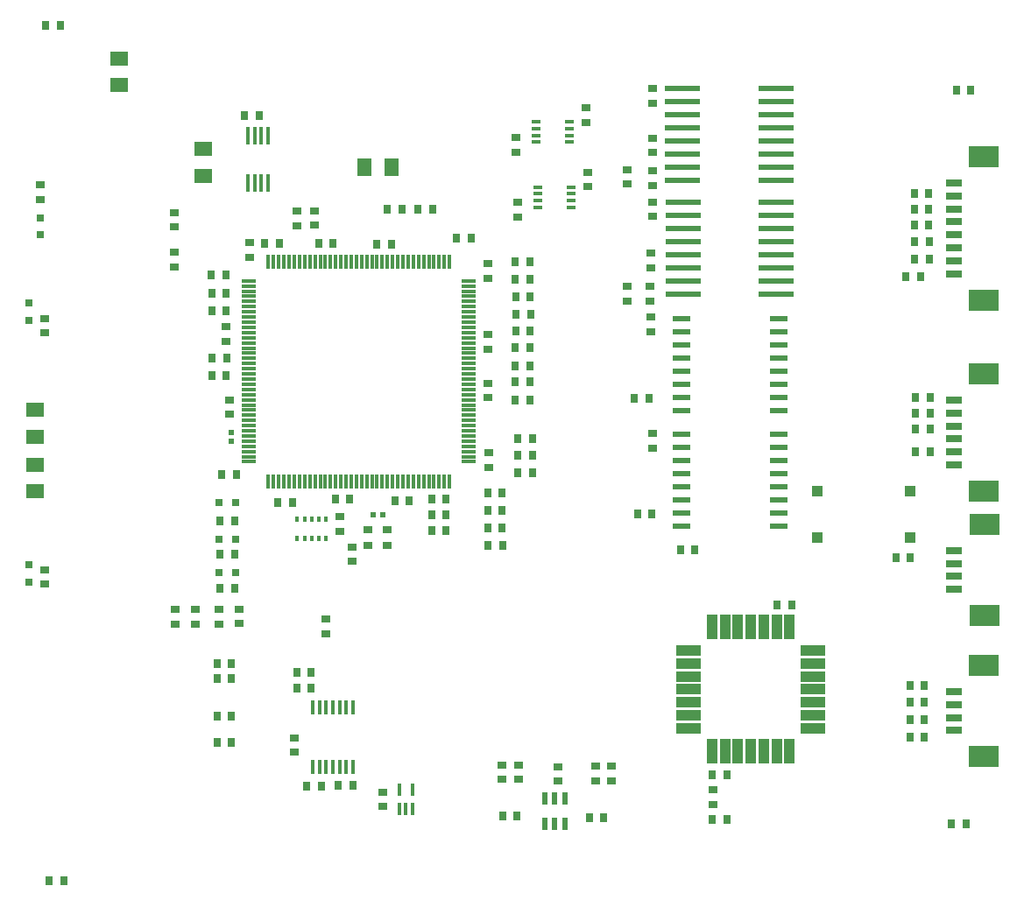
<source format=gtp>
G04*
G04 #@! TF.GenerationSoftware,Altium Limited,Altium Designer,24.2.2 (26)*
G04*
G04 Layer_Color=8421504*
%FSLAX44Y44*%
%MOMM*%
G71*
G04*
G04 #@! TF.SameCoordinates,42CE85E0-05AB-4C44-8BEE-A586E2542FC5*
G04*
G04*
G04 #@! TF.FilePolarity,Positive*
G04*
G01*
G75*
G04:AMPARAMS|DCode=23|XSize=2.3mm|YSize=1mm|CornerRadius=0mm|HoleSize=0mm|Usage=FLASHONLY|Rotation=180.000|XOffset=0mm|YOffset=0mm|HoleType=Round|Shape=RoundedRectangle|*
%AMROUNDEDRECTD23*
21,1,2.3000,1.0000,0,0,180.0*
21,1,2.3000,1.0000,0,0,180.0*
1,1,0.0000,-1.1500,0.5000*
1,1,0.0000,1.1500,0.5000*
1,1,0.0000,1.1500,-0.5000*
1,1,0.0000,-1.1500,-0.5000*
%
%ADD23ROUNDEDRECTD23*%
G04:AMPARAMS|DCode=24|XSize=2.3mm|YSize=1mm|CornerRadius=0mm|HoleSize=0mm|Usage=FLASHONLY|Rotation=270.000|XOffset=0mm|YOffset=0mm|HoleType=Round|Shape=RoundedRectangle|*
%AMROUNDEDRECTD24*
21,1,2.3000,1.0000,0,0,270.0*
21,1,2.3000,1.0000,0,0,270.0*
1,1,0.0000,-0.5000,-1.1500*
1,1,0.0000,-0.5000,1.1500*
1,1,0.0000,0.5000,1.1500*
1,1,0.0000,0.5000,-1.1500*
%
%ADD24ROUNDEDRECTD24*%
%ADD25R,3.5000X0.6000*%
%ADD26R,3.0000X2.1000*%
%ADD27R,1.6000X0.8000*%
%ADD28R,0.8000X0.9000*%
%ADD29R,0.3500X1.4000*%
%ADD30R,1.6000X0.8000*%
%ADD31R,3.0000X2.1000*%
%ADD32R,0.9000X0.8000*%
%ADD33R,0.5500X0.5500*%
%ADD34R,1.8000X0.6000*%
%ADD35R,0.9000X0.3000*%
%ADD36R,0.4572X1.7272*%
%ADD37R,1.0000X1.0000*%
%ADD38R,0.3048X0.6096*%
%ADD39R,0.8000X0.8000*%
%ADD40R,0.3500X1.3500*%
%ADD41R,1.3500X0.3500*%
%ADD42R,0.5500X0.5500*%
%ADD43R,1.8000X1.4000*%
G04:AMPARAMS|DCode=44|XSize=1.21mm|YSize=0.58mm|CornerRadius=0.0725mm|HoleSize=0mm|Usage=FLASHONLY|Rotation=90.000|XOffset=0mm|YOffset=0mm|HoleType=Round|Shape=RoundedRectangle|*
%AMROUNDEDRECTD44*
21,1,1.2100,0.4350,0,0,90.0*
21,1,1.0650,0.5800,0,0,90.0*
1,1,0.1450,0.2175,0.5325*
1,1,0.1450,0.2175,-0.5325*
1,1,0.1450,-0.2175,-0.5325*
1,1,0.1450,-0.2175,0.5325*
%
%ADD44ROUNDEDRECTD44*%
%ADD45R,0.8000X0.8000*%
G04:AMPARAMS|DCode=46|XSize=1.19mm|YSize=0.4mm|CornerRadius=0.05mm|HoleSize=0mm|Usage=FLASHONLY|Rotation=90.000|XOffset=0mm|YOffset=0mm|HoleType=Round|Shape=RoundedRectangle|*
%AMROUNDEDRECTD46*
21,1,1.1900,0.3000,0,0,90.0*
21,1,1.0900,0.4000,0,0,90.0*
1,1,0.1000,0.1500,0.5450*
1,1,0.1000,0.1500,-0.5450*
1,1,0.1000,-0.1500,-0.5450*
1,1,0.1000,-0.1500,0.5450*
%
%ADD46ROUNDEDRECTD46*%
%ADD47R,1.4000X1.8000*%
D23*
X771962Y200806D02*
D03*
Y188306D02*
D03*
Y250806D02*
D03*
Y238306D02*
D03*
Y225806D02*
D03*
X651962Y213306D02*
D03*
Y225806D02*
D03*
Y238306D02*
D03*
Y250806D02*
D03*
Y263306D02*
D03*
X771962D02*
D03*
Y213306D02*
D03*
X651962Y188306D02*
D03*
Y200806D02*
D03*
D24*
X686962Y285806D02*
D03*
X674462D02*
D03*
X736962D02*
D03*
X699462D02*
D03*
X711962D02*
D03*
X724462D02*
D03*
X749462D02*
D03*
X736962Y165806D02*
D03*
X749462D02*
D03*
X674462D02*
D03*
X724462D02*
D03*
X686962D02*
D03*
X699462D02*
D03*
X711962D02*
D03*
D25*
X736118Y807293D02*
D03*
Y794593D02*
D03*
Y781893D02*
D03*
Y769193D02*
D03*
X646118Y781893D02*
D03*
Y794593D02*
D03*
Y807293D02*
D03*
Y769193D02*
D03*
Y756493D02*
D03*
Y743793D02*
D03*
Y731093D02*
D03*
Y718393D02*
D03*
X736118D02*
D03*
Y731093D02*
D03*
Y743793D02*
D03*
Y756493D02*
D03*
X736500Y696450D02*
D03*
Y683750D02*
D03*
Y671050D02*
D03*
Y658350D02*
D03*
X646500Y671050D02*
D03*
Y683750D02*
D03*
Y696450D02*
D03*
Y658350D02*
D03*
Y645650D02*
D03*
Y632950D02*
D03*
Y620250D02*
D03*
Y607550D02*
D03*
X736500D02*
D03*
Y620250D02*
D03*
Y632950D02*
D03*
Y645650D02*
D03*
D26*
X937090Y602290D02*
D03*
Y740790D02*
D03*
Y530800D02*
D03*
Y417300D02*
D03*
D27*
X908090Y715290D02*
D03*
Y702790D02*
D03*
Y690290D02*
D03*
Y677790D02*
D03*
Y665290D02*
D03*
Y652790D02*
D03*
Y640290D02*
D03*
Y627790D02*
D03*
Y442800D02*
D03*
Y455300D02*
D03*
Y480300D02*
D03*
Y492800D02*
D03*
Y505300D02*
D03*
Y467800D02*
D03*
D28*
X876000Y624750D02*
D03*
X862000D02*
D03*
X884250Y658750D02*
D03*
X870250D02*
D03*
X313250Y132750D02*
D03*
X327250D02*
D03*
X297000Y132500D02*
D03*
X283000D02*
D03*
X879750Y179500D02*
D03*
X865750D02*
D03*
X879750Y196250D02*
D03*
X865750D02*
D03*
X879750Y213000D02*
D03*
X865750D02*
D03*
X879750Y229750D02*
D03*
X865750D02*
D03*
X643750Y360500D02*
D03*
X657750D02*
D03*
X404500Y690250D02*
D03*
X390500D02*
D03*
X500750Y435250D02*
D03*
X486750D02*
D03*
X484250Y538750D02*
D03*
X498250D02*
D03*
X484250Y556000D02*
D03*
X498250D02*
D03*
X484250Y523000D02*
D03*
X498250D02*
D03*
X613500Y507500D02*
D03*
X599500D02*
D03*
X499000Y588250D02*
D03*
X485000D02*
D03*
X616500Y395000D02*
D03*
X602500D02*
D03*
X498500Y622250D02*
D03*
X484500D02*
D03*
X500750Y468500D02*
D03*
X486750D02*
D03*
X498750Y572000D02*
D03*
X484750D02*
D03*
X852250Y352750D02*
D03*
X866250D02*
D03*
X360500Y690250D02*
D03*
X374500D02*
D03*
X222500Y780750D02*
D03*
X236500D02*
D03*
X441750Y662500D02*
D03*
X427750D02*
D03*
X191250Y546500D02*
D03*
X205250D02*
D03*
X205000Y591750D02*
D03*
X191000D02*
D03*
Y529500D02*
D03*
X205000D02*
D03*
X190750Y609000D02*
D03*
X204750D02*
D03*
X190500Y626250D02*
D03*
X204500D02*
D03*
X196102Y250808D02*
D03*
X210102D02*
D03*
X196102Y199808D02*
D03*
X210102D02*
D03*
X472000Y364750D02*
D03*
X458000D02*
D03*
X471750Y381750D02*
D03*
X457750D02*
D03*
X471750Y398750D02*
D03*
X457750D02*
D03*
X484250Y505250D02*
D03*
X498250D02*
D03*
X500750Y452000D02*
D03*
X486750D02*
D03*
X210102Y174808D02*
D03*
X196102D02*
D03*
X210102Y235808D02*
D03*
X196102D02*
D03*
X498750Y605250D02*
D03*
X484750D02*
D03*
X457750Y416000D02*
D03*
X471750D02*
D03*
X498250Y639000D02*
D03*
X484250D02*
D03*
X198878Y323732D02*
D03*
X212878D02*
D03*
X198878Y356232D02*
D03*
X212878D02*
D03*
X198878Y388732D02*
D03*
X212878D02*
D03*
X382000Y408500D02*
D03*
X368000D02*
D03*
X200518Y433832D02*
D03*
X214518D02*
D03*
X242032Y657098D02*
D03*
X256032D02*
D03*
X294250Y657000D02*
D03*
X308250D02*
D03*
X350500Y656500D02*
D03*
X364500D02*
D03*
X310246Y409956D02*
D03*
X324246D02*
D03*
X254620Y406400D02*
D03*
X268620D02*
D03*
X417386Y379564D02*
D03*
X403386D02*
D03*
X417386Y394564D02*
D03*
X403386D02*
D03*
X417464Y409702D02*
D03*
X403464D02*
D03*
X486000Y103500D02*
D03*
X472000D02*
D03*
X569750Y102000D02*
D03*
X555750D02*
D03*
X869790Y674920D02*
D03*
X883790D02*
D03*
X871050Y493100D02*
D03*
X885050D02*
D03*
X871050Y508340D02*
D03*
X885050D02*
D03*
X871050Y455500D02*
D03*
X885050D02*
D03*
X871050Y477860D02*
D03*
X885050D02*
D03*
X870250Y641750D02*
D03*
X884250D02*
D03*
X883790Y705400D02*
D03*
X869790D02*
D03*
X883790Y690160D02*
D03*
X869790D02*
D03*
X906130Y95250D02*
D03*
X920130D02*
D03*
X33640Y40640D02*
D03*
X47640D02*
D03*
X924500Y805000D02*
D03*
X910500D02*
D03*
X30500Y867500D02*
D03*
X44500D02*
D03*
X751250Y307500D02*
D03*
X737250D02*
D03*
X674624Y100076D02*
D03*
X688624D02*
D03*
X674624Y143256D02*
D03*
X688624D02*
D03*
X273102Y226808D02*
D03*
X287102D02*
D03*
X287102Y241808D02*
D03*
X273102D02*
D03*
D29*
X295102Y208558D02*
D03*
X301602D02*
D03*
X308102D02*
D03*
X314602D02*
D03*
X321102D02*
D03*
X314602Y151058D02*
D03*
X321102D02*
D03*
X327602D02*
D03*
X308102D02*
D03*
X301602D02*
D03*
X295102D02*
D03*
X288602D02*
D03*
Y208558D02*
D03*
X327602D02*
D03*
D30*
X908000Y198500D02*
D03*
Y186000D02*
D03*
Y211000D02*
D03*
Y223500D02*
D03*
X908500Y335000D02*
D03*
Y322500D02*
D03*
Y347500D02*
D03*
Y360000D02*
D03*
D31*
X937000Y160500D02*
D03*
Y249000D02*
D03*
X937500Y297000D02*
D03*
Y385500D02*
D03*
D32*
X614750Y615500D02*
D03*
Y601500D02*
D03*
X616750Y727000D02*
D03*
Y713000D02*
D03*
X458250Y521750D02*
D03*
Y507750D02*
D03*
X290250Y674500D02*
D03*
Y688500D02*
D03*
X457962Y554706D02*
D03*
Y568706D02*
D03*
X484750Y759250D02*
D03*
Y745250D02*
D03*
X471500Y138750D02*
D03*
Y152750D02*
D03*
X487250D02*
D03*
Y138750D02*
D03*
X198250Y303000D02*
D03*
Y289000D02*
D03*
X155750D02*
D03*
Y303000D02*
D03*
X175000Y303000D02*
D03*
Y289000D02*
D03*
X217000Y303250D02*
D03*
Y289250D02*
D03*
X326500Y363500D02*
D03*
Y349500D02*
D03*
X227330Y657636D02*
D03*
Y643636D02*
D03*
X314452Y392754D02*
D03*
Y378754D02*
D03*
X342250Y365250D02*
D03*
Y379750D02*
D03*
X360750Y365250D02*
D03*
Y379750D02*
D03*
X273000Y688250D02*
D03*
Y674250D02*
D03*
X155000Y634250D02*
D03*
Y648250D02*
D03*
Y673000D02*
D03*
Y687000D02*
D03*
X208250Y491500D02*
D03*
Y505500D02*
D03*
X204750Y562250D02*
D03*
Y576250D02*
D03*
X457454Y637174D02*
D03*
Y623174D02*
D03*
X458500Y440500D02*
D03*
Y454500D02*
D03*
X29578Y327500D02*
D03*
Y341500D02*
D03*
Y584500D02*
D03*
Y570500D02*
D03*
X617000Y697000D02*
D03*
Y683000D02*
D03*
X616791Y744805D02*
D03*
Y758805D02*
D03*
X592250Y714250D02*
D03*
Y728250D02*
D03*
X616791Y792805D02*
D03*
Y806805D02*
D03*
X554000Y712000D02*
D03*
Y726000D02*
D03*
X356108Y112380D02*
D03*
Y126380D02*
D03*
X577000Y151500D02*
D03*
Y137500D02*
D03*
X675132Y128666D02*
D03*
Y114666D02*
D03*
X25400Y713740D02*
D03*
Y699740D02*
D03*
X301102Y279808D02*
D03*
Y293808D02*
D03*
X486750Y682750D02*
D03*
Y696750D02*
D03*
X614960Y633280D02*
D03*
Y647280D02*
D03*
X592250Y615250D02*
D03*
Y601250D02*
D03*
X561750Y151500D02*
D03*
Y137500D02*
D03*
X525250Y151000D02*
D03*
Y137000D02*
D03*
X271102Y164808D02*
D03*
Y178808D02*
D03*
X552250Y788250D02*
D03*
Y774250D02*
D03*
X617250Y459000D02*
D03*
Y473000D02*
D03*
X615000Y585750D02*
D03*
Y571750D02*
D03*
D33*
X209750Y474250D02*
D03*
Y465250D02*
D03*
D34*
X738788Y383136D02*
D03*
Y395836D02*
D03*
Y408536D02*
D03*
Y421236D02*
D03*
Y433936D02*
D03*
Y446636D02*
D03*
Y459336D02*
D03*
Y472036D02*
D03*
X644788Y383136D02*
D03*
Y395836D02*
D03*
Y408536D02*
D03*
Y421236D02*
D03*
Y433936D02*
D03*
Y446636D02*
D03*
Y459336D02*
D03*
Y472036D02*
D03*
X738788Y495364D02*
D03*
Y508064D02*
D03*
Y520764D02*
D03*
Y533464D02*
D03*
Y546164D02*
D03*
Y558864D02*
D03*
Y571564D02*
D03*
Y584264D02*
D03*
X644788Y495364D02*
D03*
Y508064D02*
D03*
Y520764D02*
D03*
Y533464D02*
D03*
Y546164D02*
D03*
Y558864D02*
D03*
Y571564D02*
D03*
Y584264D02*
D03*
D35*
X536970Y767900D02*
D03*
X504670D02*
D03*
X536970Y761400D02*
D03*
X504670D02*
D03*
Y774400D02*
D03*
Y754900D02*
D03*
X536970Y774400D02*
D03*
Y754900D02*
D03*
X538540Y691900D02*
D03*
Y711400D02*
D03*
X506240Y691900D02*
D03*
Y711400D02*
D03*
Y698400D02*
D03*
X538540D02*
D03*
X506240Y704900D02*
D03*
X538540D02*
D03*
D36*
X225750Y715767D02*
D03*
X232250D02*
D03*
X238750D02*
D03*
X245250D02*
D03*
Y761233D02*
D03*
X238750D02*
D03*
X232250D02*
D03*
X225750D02*
D03*
D37*
X776250Y417500D02*
D03*
X866250Y372500D02*
D03*
X776250D02*
D03*
X866250Y417500D02*
D03*
D38*
X301528Y390706D02*
D03*
X294528D02*
D03*
X287528D02*
D03*
X280528D02*
D03*
X273528D02*
D03*
Y371802D02*
D03*
X280528D02*
D03*
X287528D02*
D03*
X294528D02*
D03*
X301528D02*
D03*
D39*
X197628Y338732D02*
D03*
X214128D02*
D03*
X197628Y371232D02*
D03*
X214128D02*
D03*
X197628Y406232D02*
D03*
X214128D02*
D03*
D40*
X355712Y427048D02*
D03*
X325712D02*
D03*
X320712D02*
D03*
X245712D02*
D03*
X250712D02*
D03*
X255712D02*
D03*
X260712D02*
D03*
X265712D02*
D03*
X270712D02*
D03*
X275712D02*
D03*
X280712D02*
D03*
X285712D02*
D03*
X290712D02*
D03*
X295712D02*
D03*
X300712D02*
D03*
X305712D02*
D03*
X310712D02*
D03*
X315712D02*
D03*
X330712D02*
D03*
X335712D02*
D03*
X340712D02*
D03*
X345712D02*
D03*
X350712D02*
D03*
X360712D02*
D03*
X365712D02*
D03*
X370712D02*
D03*
X375712D02*
D03*
X380712D02*
D03*
X385712D02*
D03*
X390712D02*
D03*
X395712D02*
D03*
X400712D02*
D03*
X405712D02*
D03*
X410712D02*
D03*
X415712D02*
D03*
X420712D02*
D03*
Y639548D02*
D03*
X415712D02*
D03*
X410712D02*
D03*
X405712D02*
D03*
X400712D02*
D03*
X395712D02*
D03*
X390712D02*
D03*
X385712D02*
D03*
X380712D02*
D03*
X375712D02*
D03*
X370712D02*
D03*
X365712D02*
D03*
X360712D02*
D03*
X355712D02*
D03*
X350712D02*
D03*
X345712D02*
D03*
X340712D02*
D03*
X335712D02*
D03*
X330712D02*
D03*
X325712D02*
D03*
X320712D02*
D03*
X315712D02*
D03*
X310712D02*
D03*
X305712D02*
D03*
X300712D02*
D03*
X295712D02*
D03*
X290712D02*
D03*
X285712D02*
D03*
X280712D02*
D03*
X275712D02*
D03*
X270712D02*
D03*
X265712D02*
D03*
X260712D02*
D03*
X255712D02*
D03*
X250712D02*
D03*
X245712D02*
D03*
D41*
X439462Y575798D02*
D03*
Y445798D02*
D03*
Y450798D02*
D03*
Y455798D02*
D03*
Y460798D02*
D03*
Y465798D02*
D03*
Y470798D02*
D03*
Y475798D02*
D03*
Y480798D02*
D03*
Y485798D02*
D03*
Y490798D02*
D03*
Y495798D02*
D03*
Y500798D02*
D03*
Y505798D02*
D03*
Y510798D02*
D03*
Y515798D02*
D03*
Y520798D02*
D03*
Y525798D02*
D03*
Y530798D02*
D03*
Y535798D02*
D03*
Y540798D02*
D03*
Y545798D02*
D03*
Y550798D02*
D03*
Y555798D02*
D03*
Y560798D02*
D03*
Y565798D02*
D03*
Y570798D02*
D03*
Y580798D02*
D03*
Y585798D02*
D03*
Y590798D02*
D03*
Y595798D02*
D03*
Y600798D02*
D03*
Y605798D02*
D03*
Y610798D02*
D03*
Y615798D02*
D03*
Y620798D02*
D03*
X226962D02*
D03*
Y615798D02*
D03*
Y610798D02*
D03*
Y605798D02*
D03*
Y600798D02*
D03*
Y595798D02*
D03*
Y590798D02*
D03*
Y585798D02*
D03*
Y580798D02*
D03*
Y575798D02*
D03*
Y570798D02*
D03*
Y565798D02*
D03*
Y560798D02*
D03*
Y555798D02*
D03*
Y550798D02*
D03*
Y545798D02*
D03*
Y540798D02*
D03*
Y535798D02*
D03*
Y530798D02*
D03*
Y525798D02*
D03*
Y520798D02*
D03*
Y515798D02*
D03*
Y510798D02*
D03*
Y505798D02*
D03*
Y500798D02*
D03*
Y495798D02*
D03*
Y490798D02*
D03*
Y485798D02*
D03*
Y480798D02*
D03*
Y475798D02*
D03*
Y470798D02*
D03*
Y465798D02*
D03*
Y460798D02*
D03*
Y455798D02*
D03*
Y450798D02*
D03*
Y445798D02*
D03*
D42*
X356250Y394250D02*
D03*
X347250D02*
D03*
D43*
X20000Y470000D02*
D03*
Y496000D02*
D03*
X101600Y835960D02*
D03*
Y809960D02*
D03*
X182880Y722330D02*
D03*
Y748330D02*
D03*
X20000Y417000D02*
D03*
Y443000D02*
D03*
D44*
X513000Y95450D02*
D03*
X522500D02*
D03*
X532000D02*
D03*
X513000Y120550D02*
D03*
X522500D02*
D03*
X532000D02*
D03*
D45*
X25400Y665480D02*
D03*
Y681980D02*
D03*
X13825Y329486D02*
D03*
Y345986D02*
D03*
Y599292D02*
D03*
Y582792D02*
D03*
D46*
X371960Y128928D02*
D03*
X384960D02*
D03*
Y109728D02*
D03*
X378460D02*
D03*
X371960D02*
D03*
D47*
X338490Y730250D02*
D03*
X364490D02*
D03*
M02*

</source>
